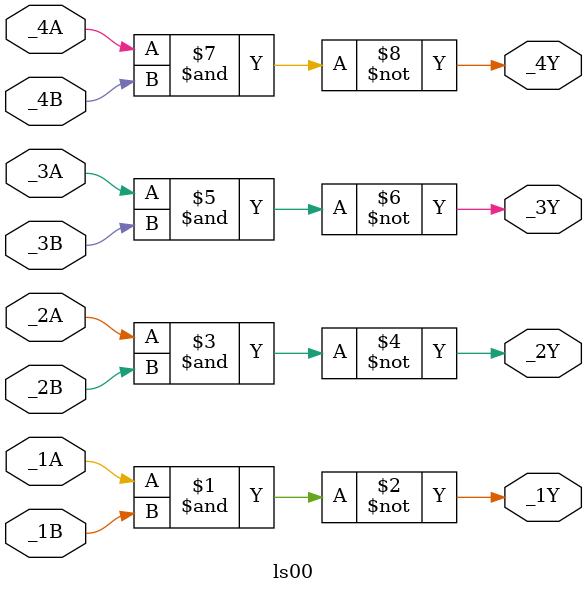
<source format=sv>
/*#########################################################################
#File Name:     ls00.sv
#Description:   SN74LS00N - Quadruple 2-Input Positive-NAND Gates.
#               Boolean function xY = !xA . !xB or xY = !xA + !xB in 
#               positive logic, where x = gate number.
#
#Date:          
#Programmer:    Jonathon McEllin, S00150412
#Version:       Rev. 1.00
#
#Notes:         
##########################################################################*/

module ls00(_1A, _1B, _1Y, _2A, _2B, _2Y, _3A, _3B, _3Y, _4A, _4B, _4Y);

	input wire _1A, _1B, _2A, _2B, _3A, _3B, _4A, _4B; 
	output wire _1Y, _2Y, _3Y, _4Y;

	nand(_1Y, _1A, _1B);
	nand(_2Y, _2A, _2B);
	nand(_3Y, _3A, _3B);
	nand(_4Y, _4A, _4B);
	
endmodule

</source>
